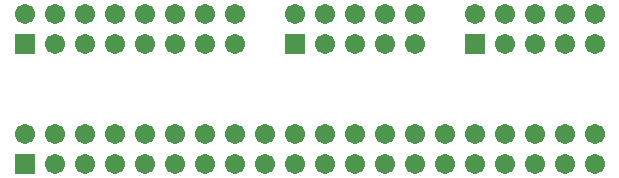
<source format=gbs>
%FSTAX23Y23*%
%MOIN*%
%SFA1B1*%

%IPPOS*%
%ADD12C,0.067060*%
%ADD13R,0.067060X0.067060*%
%LNzx-joy-1*%
%LPD*%
G54D12*
X008Y0065D03*
Y0055D03*
X007Y0065D03*
Y0055D03*
X006Y0065D03*
Y0055D03*
X005Y0065D03*
Y0055D03*
X004Y0065D03*
Y0055D03*
X003Y0065D03*
Y0055D03*
X002Y0065D03*
Y0055D03*
X001Y0065D03*
X01D03*
X011Y0055D03*
Y0065D03*
X012Y0055D03*
Y0065D03*
X013Y0055D03*
Y0065D03*
X014Y0055D03*
Y0065D03*
X001Y0025D03*
X002Y0015D03*
Y0025D03*
X003Y0015D03*
Y0025D03*
X004Y0015D03*
Y0025D03*
X005Y0015D03*
Y0025D03*
X006Y0015D03*
Y0025D03*
X007Y0015D03*
Y0025D03*
X008Y0015D03*
Y0025D03*
X009Y0015D03*
Y0025D03*
X01Y0015D03*
Y0025D03*
X011Y0015D03*
Y0025D03*
X012Y0015D03*
Y0025D03*
X013Y0015D03*
Y0025D03*
X014Y0015D03*
Y0025D03*
X015Y0015D03*
Y0025D03*
X016Y0015D03*
Y0025D03*
X017Y0015D03*
Y0025D03*
X018Y0015D03*
Y0025D03*
X019Y0015D03*
Y0025D03*
X02Y0015D03*
Y0025D03*
X016Y0065D03*
X017Y0055D03*
Y0065D03*
X018Y0055D03*
Y0065D03*
X019Y0055D03*
Y0065D03*
X02Y0055D03*
Y0065D03*
G54D13*
X001Y0055D03*
X01D03*
X001Y0015D03*
X016Y0055D03*
M02*
</source>
